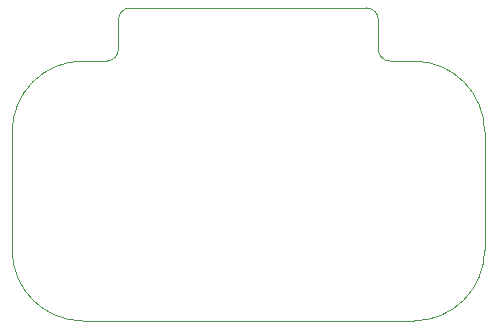
<source format=gm1>
G04 #@! TF.GenerationSoftware,KiCad,Pcbnew,(5.1.5-0-10_14)*
G04 #@! TF.CreationDate,2019-12-11T22:46:01+09:00*
G04 #@! TF.ProjectId,RPiWD_Controller,52506957-445f-4436-9f6e-74726f6c6c65,rev?*
G04 #@! TF.SameCoordinates,Original*
G04 #@! TF.FileFunction,Profile,NP*
%FSLAX46Y46*%
G04 Gerber Fmt 4.6, Leading zero omitted, Abs format (unit mm)*
G04 Created by KiCad (PCBNEW (5.1.5-0-10_14)) date 2019-12-11 22:46:01*
%MOMM*%
%LPD*%
G04 APERTURE LIST*
%ADD10C,0.050000*%
G04 APERTURE END LIST*
D10*
X126000000Y-58000000D02*
X128000000Y-58000000D01*
X129000000Y-54500000D02*
X129000000Y-57000000D01*
X152000000Y-58000000D02*
X154000000Y-58000000D01*
X151000000Y-54500000D02*
X151000000Y-57000000D01*
X129000000Y-54500000D02*
G75*
G02X130000000Y-53500000I1000000J0D01*
G01*
X150000000Y-53500000D02*
G75*
G02X151000000Y-54500000I0J-1000000D01*
G01*
X152000000Y-58000000D02*
G75*
G02X151000000Y-57000000I0J1000000D01*
G01*
X129000000Y-57000000D02*
G75*
G02X128000000Y-58000000I-1000000J0D01*
G01*
X154000000Y-58000000D02*
G75*
G02X160000000Y-64000000I0J-6000000D01*
G01*
X120000000Y-64000000D02*
G75*
G02X126000000Y-58000000I6000000J0D01*
G01*
X126000000Y-80000000D02*
G75*
G02X120000000Y-74000000I0J6000000D01*
G01*
X160000000Y-74000000D02*
G75*
G02X154000000Y-80000000I-6000000J0D01*
G01*
X120000000Y-74000000D02*
X120000000Y-64000000D01*
X154000000Y-80000000D02*
X126000000Y-80000000D01*
X160000000Y-64000000D02*
X160000000Y-74000000D01*
X130000000Y-53500000D02*
X150000000Y-53500000D01*
M02*

</source>
